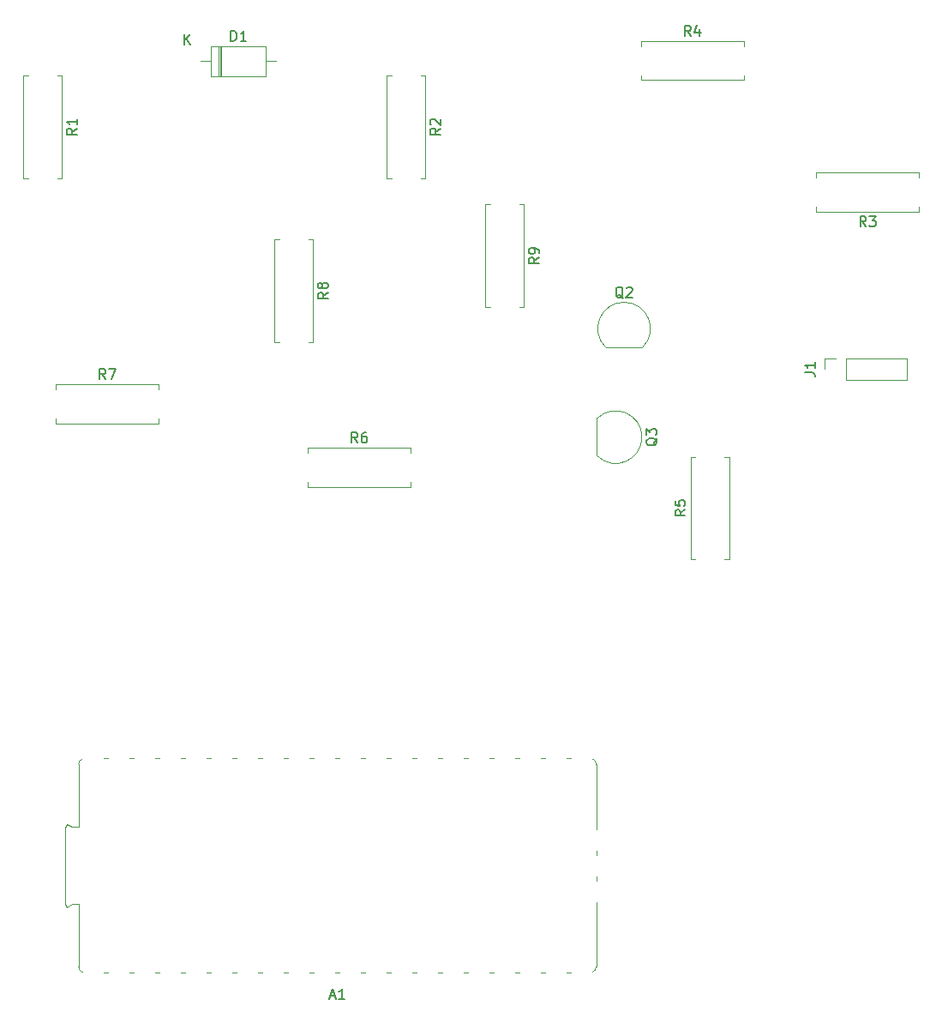
<source format=gbr>
%TF.GenerationSoftware,KiCad,Pcbnew,7.0.1*%
%TF.CreationDate,2023-05-23T10:25:23-05:00*%
%TF.ProjectId,simulacion_Carro,73696d75-6c61-4636-996f-6e5f43617272,rev?*%
%TF.SameCoordinates,Original*%
%TF.FileFunction,Legend,Top*%
%TF.FilePolarity,Positive*%
%FSLAX46Y46*%
G04 Gerber Fmt 4.6, Leading zero omitted, Abs format (unit mm)*
G04 Created by KiCad (PCBNEW 7.0.1) date 2023-05-23 10:25:23*
%MOMM*%
%LPD*%
G01*
G04 APERTURE LIST*
%ADD10C,0.150000*%
%ADD11C,0.120000*%
G04 APERTURE END LIST*
D10*
%TO.C,R4*%
X174102733Y-52406619D02*
X173769400Y-51930428D01*
X173531305Y-52406619D02*
X173531305Y-51406619D01*
X173531305Y-51406619D02*
X173912257Y-51406619D01*
X173912257Y-51406619D02*
X174007495Y-51454238D01*
X174007495Y-51454238D02*
X174055114Y-51501857D01*
X174055114Y-51501857D02*
X174102733Y-51597095D01*
X174102733Y-51597095D02*
X174102733Y-51739952D01*
X174102733Y-51739952D02*
X174055114Y-51835190D01*
X174055114Y-51835190D02*
X174007495Y-51882809D01*
X174007495Y-51882809D02*
X173912257Y-51930428D01*
X173912257Y-51930428D02*
X173531305Y-51930428D01*
X174959876Y-51739952D02*
X174959876Y-52406619D01*
X174721781Y-51359000D02*
X174483686Y-52073285D01*
X174483686Y-52073285D02*
X175102733Y-52073285D01*
%TO.C,R6*%
X141184333Y-92564019D02*
X140851000Y-92087828D01*
X140612905Y-92564019D02*
X140612905Y-91564019D01*
X140612905Y-91564019D02*
X140993857Y-91564019D01*
X140993857Y-91564019D02*
X141089095Y-91611638D01*
X141089095Y-91611638D02*
X141136714Y-91659257D01*
X141136714Y-91659257D02*
X141184333Y-91754495D01*
X141184333Y-91754495D02*
X141184333Y-91897352D01*
X141184333Y-91897352D02*
X141136714Y-91992590D01*
X141136714Y-91992590D02*
X141089095Y-92040209D01*
X141089095Y-92040209D02*
X140993857Y-92087828D01*
X140993857Y-92087828D02*
X140612905Y-92087828D01*
X142041476Y-91564019D02*
X141851000Y-91564019D01*
X141851000Y-91564019D02*
X141755762Y-91611638D01*
X141755762Y-91611638D02*
X141708143Y-91659257D01*
X141708143Y-91659257D02*
X141612905Y-91802114D01*
X141612905Y-91802114D02*
X141565286Y-91992590D01*
X141565286Y-91992590D02*
X141565286Y-92373542D01*
X141565286Y-92373542D02*
X141612905Y-92468780D01*
X141612905Y-92468780D02*
X141660524Y-92516400D01*
X141660524Y-92516400D02*
X141755762Y-92564019D01*
X141755762Y-92564019D02*
X141946238Y-92564019D01*
X141946238Y-92564019D02*
X142041476Y-92516400D01*
X142041476Y-92516400D02*
X142089095Y-92468780D01*
X142089095Y-92468780D02*
X142136714Y-92373542D01*
X142136714Y-92373542D02*
X142136714Y-92135447D01*
X142136714Y-92135447D02*
X142089095Y-92040209D01*
X142089095Y-92040209D02*
X142041476Y-91992590D01*
X142041476Y-91992590D02*
X141946238Y-91944971D01*
X141946238Y-91944971D02*
X141755762Y-91944971D01*
X141755762Y-91944971D02*
X141660524Y-91992590D01*
X141660524Y-91992590D02*
X141612905Y-92040209D01*
X141612905Y-92040209D02*
X141565286Y-92135447D01*
%TO.C,J1*%
X185348819Y-85626533D02*
X186063104Y-85626533D01*
X186063104Y-85626533D02*
X186205961Y-85674152D01*
X186205961Y-85674152D02*
X186301200Y-85769390D01*
X186301200Y-85769390D02*
X186348819Y-85912247D01*
X186348819Y-85912247D02*
X186348819Y-86007485D01*
X186348819Y-84626533D02*
X186348819Y-85197961D01*
X186348819Y-84912247D02*
X185348819Y-84912247D01*
X185348819Y-84912247D02*
X185491676Y-85007485D01*
X185491676Y-85007485D02*
X185586914Y-85102723D01*
X185586914Y-85102723D02*
X185634533Y-85197961D01*
%TO.C,R9*%
X159084619Y-74283866D02*
X158608428Y-74617199D01*
X159084619Y-74855294D02*
X158084619Y-74855294D01*
X158084619Y-74855294D02*
X158084619Y-74474342D01*
X158084619Y-74474342D02*
X158132238Y-74379104D01*
X158132238Y-74379104D02*
X158179857Y-74331485D01*
X158179857Y-74331485D02*
X158275095Y-74283866D01*
X158275095Y-74283866D02*
X158417952Y-74283866D01*
X158417952Y-74283866D02*
X158513190Y-74331485D01*
X158513190Y-74331485D02*
X158560809Y-74379104D01*
X158560809Y-74379104D02*
X158608428Y-74474342D01*
X158608428Y-74474342D02*
X158608428Y-74855294D01*
X159084619Y-73807675D02*
X159084619Y-73617199D01*
X159084619Y-73617199D02*
X159037000Y-73521961D01*
X159037000Y-73521961D02*
X158989380Y-73474342D01*
X158989380Y-73474342D02*
X158846523Y-73379104D01*
X158846523Y-73379104D02*
X158656047Y-73331485D01*
X158656047Y-73331485D02*
X158275095Y-73331485D01*
X158275095Y-73331485D02*
X158179857Y-73379104D01*
X158179857Y-73379104D02*
X158132238Y-73426723D01*
X158132238Y-73426723D02*
X158084619Y-73521961D01*
X158084619Y-73521961D02*
X158084619Y-73712437D01*
X158084619Y-73712437D02*
X158132238Y-73807675D01*
X158132238Y-73807675D02*
X158179857Y-73855294D01*
X158179857Y-73855294D02*
X158275095Y-73902913D01*
X158275095Y-73902913D02*
X158513190Y-73902913D01*
X158513190Y-73902913D02*
X158608428Y-73855294D01*
X158608428Y-73855294D02*
X158656047Y-73807675D01*
X158656047Y-73807675D02*
X158703666Y-73712437D01*
X158703666Y-73712437D02*
X158703666Y-73521961D01*
X158703666Y-73521961D02*
X158656047Y-73426723D01*
X158656047Y-73426723D02*
X158608428Y-73379104D01*
X158608428Y-73379104D02*
X158513190Y-73331485D01*
%TO.C,R1*%
X113440819Y-61558466D02*
X112964628Y-61891799D01*
X113440819Y-62129894D02*
X112440819Y-62129894D01*
X112440819Y-62129894D02*
X112440819Y-61748942D01*
X112440819Y-61748942D02*
X112488438Y-61653704D01*
X112488438Y-61653704D02*
X112536057Y-61606085D01*
X112536057Y-61606085D02*
X112631295Y-61558466D01*
X112631295Y-61558466D02*
X112774152Y-61558466D01*
X112774152Y-61558466D02*
X112869390Y-61606085D01*
X112869390Y-61606085D02*
X112917009Y-61653704D01*
X112917009Y-61653704D02*
X112964628Y-61748942D01*
X112964628Y-61748942D02*
X112964628Y-62129894D01*
X113440819Y-60606085D02*
X113440819Y-61177513D01*
X113440819Y-60891799D02*
X112440819Y-60891799D01*
X112440819Y-60891799D02*
X112583676Y-60987037D01*
X112583676Y-60987037D02*
X112678914Y-61082275D01*
X112678914Y-61082275D02*
X112726533Y-61177513D01*
%TO.C,D1*%
X128674905Y-52907419D02*
X128674905Y-51907419D01*
X128674905Y-51907419D02*
X128913000Y-51907419D01*
X128913000Y-51907419D02*
X129055857Y-51955038D01*
X129055857Y-51955038D02*
X129151095Y-52050276D01*
X129151095Y-52050276D02*
X129198714Y-52145514D01*
X129198714Y-52145514D02*
X129246333Y-52335990D01*
X129246333Y-52335990D02*
X129246333Y-52478847D01*
X129246333Y-52478847D02*
X129198714Y-52669323D01*
X129198714Y-52669323D02*
X129151095Y-52764561D01*
X129151095Y-52764561D02*
X129055857Y-52859800D01*
X129055857Y-52859800D02*
X128913000Y-52907419D01*
X128913000Y-52907419D02*
X128674905Y-52907419D01*
X130198714Y-52907419D02*
X129627286Y-52907419D01*
X129913000Y-52907419D02*
X129913000Y-51907419D01*
X129913000Y-51907419D02*
X129817762Y-52050276D01*
X129817762Y-52050276D02*
X129722524Y-52145514D01*
X129722524Y-52145514D02*
X129627286Y-52193133D01*
X124071095Y-53277419D02*
X124071095Y-52277419D01*
X124642523Y-53277419D02*
X124213952Y-52705990D01*
X124642523Y-52277419D02*
X124071095Y-52848847D01*
%TO.C,R7*%
X116292333Y-86290219D02*
X115959000Y-85814028D01*
X115720905Y-86290219D02*
X115720905Y-85290219D01*
X115720905Y-85290219D02*
X116101857Y-85290219D01*
X116101857Y-85290219D02*
X116197095Y-85337838D01*
X116197095Y-85337838D02*
X116244714Y-85385457D01*
X116244714Y-85385457D02*
X116292333Y-85480695D01*
X116292333Y-85480695D02*
X116292333Y-85623552D01*
X116292333Y-85623552D02*
X116244714Y-85718790D01*
X116244714Y-85718790D02*
X116197095Y-85766409D01*
X116197095Y-85766409D02*
X116101857Y-85814028D01*
X116101857Y-85814028D02*
X115720905Y-85814028D01*
X116625667Y-85290219D02*
X117292333Y-85290219D01*
X117292333Y-85290219D02*
X116863762Y-86290219D01*
%TO.C,Q2*%
X167417761Y-78303257D02*
X167322523Y-78255638D01*
X167322523Y-78255638D02*
X167227285Y-78160400D01*
X167227285Y-78160400D02*
X167084428Y-78017542D01*
X167084428Y-78017542D02*
X166989190Y-77969923D01*
X166989190Y-77969923D02*
X166893952Y-77969923D01*
X166941571Y-78208019D02*
X166846333Y-78160400D01*
X166846333Y-78160400D02*
X166751095Y-78065161D01*
X166751095Y-78065161D02*
X166703476Y-77874685D01*
X166703476Y-77874685D02*
X166703476Y-77541352D01*
X166703476Y-77541352D02*
X166751095Y-77350876D01*
X166751095Y-77350876D02*
X166846333Y-77255638D01*
X166846333Y-77255638D02*
X166941571Y-77208019D01*
X166941571Y-77208019D02*
X167132047Y-77208019D01*
X167132047Y-77208019D02*
X167227285Y-77255638D01*
X167227285Y-77255638D02*
X167322523Y-77350876D01*
X167322523Y-77350876D02*
X167370142Y-77541352D01*
X167370142Y-77541352D02*
X167370142Y-77874685D01*
X167370142Y-77874685D02*
X167322523Y-78065161D01*
X167322523Y-78065161D02*
X167227285Y-78160400D01*
X167227285Y-78160400D02*
X167132047Y-78208019D01*
X167132047Y-78208019D02*
X166941571Y-78208019D01*
X167751095Y-77303257D02*
X167798714Y-77255638D01*
X167798714Y-77255638D02*
X167893952Y-77208019D01*
X167893952Y-77208019D02*
X168132047Y-77208019D01*
X168132047Y-77208019D02*
X168227285Y-77255638D01*
X168227285Y-77255638D02*
X168274904Y-77303257D01*
X168274904Y-77303257D02*
X168322523Y-77398495D01*
X168322523Y-77398495D02*
X168322523Y-77493733D01*
X168322523Y-77493733D02*
X168274904Y-77636590D01*
X168274904Y-77636590D02*
X167703476Y-78208019D01*
X167703476Y-78208019D02*
X168322523Y-78208019D01*
%TO.C,R8*%
X138256619Y-77738266D02*
X137780428Y-78071599D01*
X138256619Y-78309694D02*
X137256619Y-78309694D01*
X137256619Y-78309694D02*
X137256619Y-77928742D01*
X137256619Y-77928742D02*
X137304238Y-77833504D01*
X137304238Y-77833504D02*
X137351857Y-77785885D01*
X137351857Y-77785885D02*
X137447095Y-77738266D01*
X137447095Y-77738266D02*
X137589952Y-77738266D01*
X137589952Y-77738266D02*
X137685190Y-77785885D01*
X137685190Y-77785885D02*
X137732809Y-77833504D01*
X137732809Y-77833504D02*
X137780428Y-77928742D01*
X137780428Y-77928742D02*
X137780428Y-78309694D01*
X137685190Y-77166837D02*
X137637571Y-77262075D01*
X137637571Y-77262075D02*
X137589952Y-77309694D01*
X137589952Y-77309694D02*
X137494714Y-77357313D01*
X137494714Y-77357313D02*
X137447095Y-77357313D01*
X137447095Y-77357313D02*
X137351857Y-77309694D01*
X137351857Y-77309694D02*
X137304238Y-77262075D01*
X137304238Y-77262075D02*
X137256619Y-77166837D01*
X137256619Y-77166837D02*
X137256619Y-76976361D01*
X137256619Y-76976361D02*
X137304238Y-76881123D01*
X137304238Y-76881123D02*
X137351857Y-76833504D01*
X137351857Y-76833504D02*
X137447095Y-76785885D01*
X137447095Y-76785885D02*
X137494714Y-76785885D01*
X137494714Y-76785885D02*
X137589952Y-76833504D01*
X137589952Y-76833504D02*
X137637571Y-76881123D01*
X137637571Y-76881123D02*
X137685190Y-76976361D01*
X137685190Y-76976361D02*
X137685190Y-77166837D01*
X137685190Y-77166837D02*
X137732809Y-77262075D01*
X137732809Y-77262075D02*
X137780428Y-77309694D01*
X137780428Y-77309694D02*
X137875666Y-77357313D01*
X137875666Y-77357313D02*
X138066142Y-77357313D01*
X138066142Y-77357313D02*
X138161380Y-77309694D01*
X138161380Y-77309694D02*
X138209000Y-77262075D01*
X138209000Y-77262075D02*
X138256619Y-77166837D01*
X138256619Y-77166837D02*
X138256619Y-76976361D01*
X138256619Y-76976361D02*
X138209000Y-76881123D01*
X138209000Y-76881123D02*
X138161380Y-76833504D01*
X138161380Y-76833504D02*
X138066142Y-76785885D01*
X138066142Y-76785885D02*
X137875666Y-76785885D01*
X137875666Y-76785885D02*
X137780428Y-76833504D01*
X137780428Y-76833504D02*
X137732809Y-76881123D01*
X137732809Y-76881123D02*
X137685190Y-76976361D01*
%TO.C,R3*%
X191400133Y-71226019D02*
X191066800Y-70749828D01*
X190828705Y-71226019D02*
X190828705Y-70226019D01*
X190828705Y-70226019D02*
X191209657Y-70226019D01*
X191209657Y-70226019D02*
X191304895Y-70273638D01*
X191304895Y-70273638D02*
X191352514Y-70321257D01*
X191352514Y-70321257D02*
X191400133Y-70416495D01*
X191400133Y-70416495D02*
X191400133Y-70559352D01*
X191400133Y-70559352D02*
X191352514Y-70654590D01*
X191352514Y-70654590D02*
X191304895Y-70702209D01*
X191304895Y-70702209D02*
X191209657Y-70749828D01*
X191209657Y-70749828D02*
X190828705Y-70749828D01*
X191733467Y-70226019D02*
X192352514Y-70226019D01*
X192352514Y-70226019D02*
X192019181Y-70606971D01*
X192019181Y-70606971D02*
X192162038Y-70606971D01*
X192162038Y-70606971D02*
X192257276Y-70654590D01*
X192257276Y-70654590D02*
X192304895Y-70702209D01*
X192304895Y-70702209D02*
X192352514Y-70797447D01*
X192352514Y-70797447D02*
X192352514Y-71035542D01*
X192352514Y-71035542D02*
X192304895Y-71130780D01*
X192304895Y-71130780D02*
X192257276Y-71178400D01*
X192257276Y-71178400D02*
X192162038Y-71226019D01*
X192162038Y-71226019D02*
X191876324Y-71226019D01*
X191876324Y-71226019D02*
X191781086Y-71178400D01*
X191781086Y-71178400D02*
X191733467Y-71130780D01*
%TO.C,R5*%
X173539219Y-99201266D02*
X173063028Y-99534599D01*
X173539219Y-99772694D02*
X172539219Y-99772694D01*
X172539219Y-99772694D02*
X172539219Y-99391742D01*
X172539219Y-99391742D02*
X172586838Y-99296504D01*
X172586838Y-99296504D02*
X172634457Y-99248885D01*
X172634457Y-99248885D02*
X172729695Y-99201266D01*
X172729695Y-99201266D02*
X172872552Y-99201266D01*
X172872552Y-99201266D02*
X172967790Y-99248885D01*
X172967790Y-99248885D02*
X173015409Y-99296504D01*
X173015409Y-99296504D02*
X173063028Y-99391742D01*
X173063028Y-99391742D02*
X173063028Y-99772694D01*
X172539219Y-98296504D02*
X172539219Y-98772694D01*
X172539219Y-98772694D02*
X173015409Y-98820313D01*
X173015409Y-98820313D02*
X172967790Y-98772694D01*
X172967790Y-98772694D02*
X172920171Y-98677456D01*
X172920171Y-98677456D02*
X172920171Y-98439361D01*
X172920171Y-98439361D02*
X172967790Y-98344123D01*
X172967790Y-98344123D02*
X173015409Y-98296504D01*
X173015409Y-98296504D02*
X173110647Y-98248885D01*
X173110647Y-98248885D02*
X173348742Y-98248885D01*
X173348742Y-98248885D02*
X173443980Y-98296504D01*
X173443980Y-98296504D02*
X173491600Y-98344123D01*
X173491600Y-98344123D02*
X173539219Y-98439361D01*
X173539219Y-98439361D02*
X173539219Y-98677456D01*
X173539219Y-98677456D02*
X173491600Y-98772694D01*
X173491600Y-98772694D02*
X173443980Y-98820313D01*
%TO.C,Q3*%
X170792657Y-92119438D02*
X170745038Y-92214676D01*
X170745038Y-92214676D02*
X170649800Y-92309914D01*
X170649800Y-92309914D02*
X170506942Y-92452771D01*
X170506942Y-92452771D02*
X170459323Y-92548009D01*
X170459323Y-92548009D02*
X170459323Y-92643247D01*
X170697419Y-92595628D02*
X170649800Y-92690866D01*
X170649800Y-92690866D02*
X170554561Y-92786104D01*
X170554561Y-92786104D02*
X170364085Y-92833723D01*
X170364085Y-92833723D02*
X170030752Y-92833723D01*
X170030752Y-92833723D02*
X169840276Y-92786104D01*
X169840276Y-92786104D02*
X169745038Y-92690866D01*
X169745038Y-92690866D02*
X169697419Y-92595628D01*
X169697419Y-92595628D02*
X169697419Y-92405152D01*
X169697419Y-92405152D02*
X169745038Y-92309914D01*
X169745038Y-92309914D02*
X169840276Y-92214676D01*
X169840276Y-92214676D02*
X170030752Y-92167057D01*
X170030752Y-92167057D02*
X170364085Y-92167057D01*
X170364085Y-92167057D02*
X170554561Y-92214676D01*
X170554561Y-92214676D02*
X170649800Y-92309914D01*
X170649800Y-92309914D02*
X170697419Y-92405152D01*
X170697419Y-92405152D02*
X170697419Y-92595628D01*
X169697419Y-91833723D02*
X169697419Y-91214676D01*
X169697419Y-91214676D02*
X170078371Y-91548009D01*
X170078371Y-91548009D02*
X170078371Y-91405152D01*
X170078371Y-91405152D02*
X170125990Y-91309914D01*
X170125990Y-91309914D02*
X170173609Y-91262295D01*
X170173609Y-91262295D02*
X170268847Y-91214676D01*
X170268847Y-91214676D02*
X170506942Y-91214676D01*
X170506942Y-91214676D02*
X170602180Y-91262295D01*
X170602180Y-91262295D02*
X170649800Y-91309914D01*
X170649800Y-91309914D02*
X170697419Y-91405152D01*
X170697419Y-91405152D02*
X170697419Y-91690866D01*
X170697419Y-91690866D02*
X170649800Y-91786104D01*
X170649800Y-91786104D02*
X170602180Y-91833723D01*
%TO.C,R2*%
X149356419Y-61558466D02*
X148880228Y-61891799D01*
X149356419Y-62129894D02*
X148356419Y-62129894D01*
X148356419Y-62129894D02*
X148356419Y-61748942D01*
X148356419Y-61748942D02*
X148404038Y-61653704D01*
X148404038Y-61653704D02*
X148451657Y-61606085D01*
X148451657Y-61606085D02*
X148546895Y-61558466D01*
X148546895Y-61558466D02*
X148689752Y-61558466D01*
X148689752Y-61558466D02*
X148784990Y-61606085D01*
X148784990Y-61606085D02*
X148832609Y-61653704D01*
X148832609Y-61653704D02*
X148880228Y-61748942D01*
X148880228Y-61748942D02*
X148880228Y-62129894D01*
X148451657Y-61177513D02*
X148404038Y-61129894D01*
X148404038Y-61129894D02*
X148356419Y-61034656D01*
X148356419Y-61034656D02*
X148356419Y-60796561D01*
X148356419Y-60796561D02*
X148404038Y-60701323D01*
X148404038Y-60701323D02*
X148451657Y-60653704D01*
X148451657Y-60653704D02*
X148546895Y-60606085D01*
X148546895Y-60606085D02*
X148642133Y-60606085D01*
X148642133Y-60606085D02*
X148784990Y-60653704D01*
X148784990Y-60653704D02*
X149356419Y-61225132D01*
X149356419Y-61225132D02*
X149356419Y-60606085D01*
%TO.C,A1*%
X138477714Y-147191904D02*
X138953904Y-147191904D01*
X138382476Y-147477619D02*
X138715809Y-146477619D01*
X138715809Y-146477619D02*
X139049142Y-147477619D01*
X139906285Y-147477619D02*
X139334857Y-147477619D01*
X139620571Y-147477619D02*
X139620571Y-146477619D01*
X139620571Y-146477619D02*
X139525333Y-146620476D01*
X139525333Y-146620476D02*
X139430095Y-146715714D01*
X139430095Y-146715714D02*
X139334857Y-146763333D01*
D11*
%TO.C,R4*%
X169199400Y-52944000D02*
X179339400Y-52944000D01*
X169199400Y-53424000D02*
X169199400Y-52944000D01*
X169199400Y-56304000D02*
X169199400Y-56784000D01*
X169199400Y-56784000D02*
X179339400Y-56784000D01*
X179339400Y-52944000D02*
X179339400Y-53424000D01*
X179339400Y-56784000D02*
X179339400Y-56304000D01*
%TO.C,R6*%
X136281000Y-93101400D02*
X146421000Y-93101400D01*
X136281000Y-93581400D02*
X136281000Y-93101400D01*
X136281000Y-96461400D02*
X136281000Y-96941400D01*
X136281000Y-96941400D02*
X146421000Y-96941400D01*
X146421000Y-93101400D02*
X146421000Y-93581400D01*
X146421000Y-96941400D02*
X146421000Y-96461400D01*
%TO.C,J1*%
X189386200Y-86353200D02*
X195446200Y-86353200D01*
X189386200Y-86353200D02*
X189386200Y-84233200D01*
X195446200Y-86353200D02*
X195446200Y-84233200D01*
X187326200Y-85293200D02*
X187326200Y-84233200D01*
X187326200Y-84233200D02*
X188386200Y-84233200D01*
X189386200Y-84233200D02*
X195446200Y-84233200D01*
%TO.C,R9*%
X157622000Y-69047200D02*
X157622000Y-79187200D01*
X157142000Y-69047200D02*
X157622000Y-69047200D01*
X154262000Y-69047200D02*
X153782000Y-69047200D01*
X153782000Y-69047200D02*
X153782000Y-79187200D01*
X157622000Y-79187200D02*
X157142000Y-79187200D01*
X153782000Y-79187200D02*
X154262000Y-79187200D01*
%TO.C,R1*%
X111978200Y-56321800D02*
X111978200Y-66461800D01*
X111498200Y-56321800D02*
X111978200Y-56321800D01*
X108618200Y-56321800D02*
X108138200Y-56321800D01*
X108138200Y-56321800D02*
X108138200Y-66461800D01*
X111978200Y-66461800D02*
X111498200Y-66461800D01*
X108138200Y-66461800D02*
X108618200Y-66461800D01*
%TO.C,D1*%
X125673000Y-54914800D02*
X126693000Y-54914800D01*
X126693000Y-53444800D02*
X126693000Y-56384800D01*
X126693000Y-56384800D02*
X132133000Y-56384800D01*
X127473000Y-53444800D02*
X127473000Y-56384800D01*
X127593000Y-53444800D02*
X127593000Y-56384800D01*
X127713000Y-53444800D02*
X127713000Y-56384800D01*
X132133000Y-53444800D02*
X126693000Y-53444800D01*
X132133000Y-56384800D02*
X132133000Y-53444800D01*
X133153000Y-54914800D02*
X132133000Y-54914800D01*
%TO.C,R7*%
X111389000Y-86827600D02*
X121529000Y-86827600D01*
X111389000Y-87307600D02*
X111389000Y-86827600D01*
X111389000Y-90187600D02*
X111389000Y-90667600D01*
X111389000Y-90667600D02*
X121529000Y-90667600D01*
X121529000Y-86827600D02*
X121529000Y-87307600D01*
X121529000Y-90667600D02*
X121529000Y-90187600D01*
%TO.C,Q2*%
X165713000Y-83155400D02*
X169313000Y-83155400D01*
X167513000Y-78705400D02*
G75*
G03*
X165674522Y-83143878I0J-2600000D01*
G01*
X169351478Y-83143878D02*
G75*
G03*
X167513000Y-78705400I-1838478J1838478D01*
G01*
%TO.C,R8*%
X136794000Y-72501600D02*
X136794000Y-82641600D01*
X136314000Y-72501600D02*
X136794000Y-72501600D01*
X133434000Y-72501600D02*
X132954000Y-72501600D01*
X132954000Y-72501600D02*
X132954000Y-82641600D01*
X136794000Y-82641600D02*
X136314000Y-82641600D01*
X132954000Y-82641600D02*
X133434000Y-82641600D01*
%TO.C,R3*%
X196636800Y-69763400D02*
X186496800Y-69763400D01*
X196636800Y-69283400D02*
X196636800Y-69763400D01*
X196636800Y-66403400D02*
X196636800Y-65923400D01*
X196636800Y-65923400D02*
X186496800Y-65923400D01*
X186496800Y-69763400D02*
X186496800Y-69283400D01*
X186496800Y-65923400D02*
X186496800Y-66403400D01*
%TO.C,R5*%
X174076600Y-104104600D02*
X174076600Y-93964600D01*
X174556600Y-104104600D02*
X174076600Y-104104600D01*
X177436600Y-104104600D02*
X177916600Y-104104600D01*
X177916600Y-104104600D02*
X177916600Y-93964600D01*
X174076600Y-93964600D02*
X174556600Y-93964600D01*
X177916600Y-93964600D02*
X177436600Y-93964600D01*
%TO.C,Q3*%
X164824800Y-90224200D02*
X164824800Y-93824200D01*
X169274800Y-92024200D02*
G75*
G03*
X164836322Y-90185722I-2600000J0D01*
G01*
X164836322Y-93862678D02*
G75*
G03*
X169274800Y-92024200I1838478J1838478D01*
G01*
%TO.C,R2*%
X147893800Y-56321800D02*
X147893800Y-66461800D01*
X147413800Y-56321800D02*
X147893800Y-56321800D01*
X144533800Y-56321800D02*
X144053800Y-56321800D01*
X144053800Y-56321800D02*
X144053800Y-66461800D01*
X147893800Y-66461800D02*
X147413800Y-66461800D01*
X144053800Y-66461800D02*
X144533800Y-66461800D01*
%TO.C,A1*%
X116122000Y-144875000D02*
X116542000Y-144875000D01*
X118662000Y-144875000D02*
X119082000Y-144875000D01*
X121202000Y-144875000D02*
X121622000Y-144875000D01*
X123742000Y-144875000D02*
X124162000Y-144875000D01*
X126282000Y-144875000D02*
X126702000Y-144875000D01*
X128822000Y-144875000D02*
X129242000Y-144875000D01*
X131362000Y-144875000D02*
X131782000Y-144875000D01*
X133902000Y-144875000D02*
X134322000Y-144875000D01*
X136442000Y-144875000D02*
X136862000Y-144875000D01*
X138982000Y-144875000D02*
X139402000Y-144875000D01*
X141522000Y-144875000D02*
X141942000Y-144875000D01*
X144062000Y-144875000D02*
X144482000Y-144875000D01*
X146602000Y-144875000D02*
X147022000Y-144875000D01*
X149142000Y-144875000D02*
X149562000Y-144875000D01*
X151682000Y-144875000D02*
X152102000Y-144875000D01*
X154222000Y-144875000D02*
X154642000Y-144875000D01*
X156762000Y-144875000D02*
X157182000Y-144875000D01*
X159302000Y-144875000D02*
X159722000Y-144875000D01*
X161842000Y-144875000D02*
X162262000Y-144875000D01*
X113632000Y-144315000D02*
X113632000Y-138125000D01*
X164752000Y-144315000D02*
X164752000Y-137915000D01*
X112502000Y-138415000D02*
X112312000Y-138085000D01*
X113002000Y-138125000D02*
X112502000Y-138415000D01*
X113632000Y-138125000D02*
X113632000Y-144315000D01*
X113632000Y-138125000D02*
X113002000Y-138125000D01*
X112312000Y-138085000D02*
X112312000Y-130545000D01*
X164752000Y-135795000D02*
X164752000Y-135375000D01*
X164752000Y-133255000D02*
X164752000Y-132835000D01*
X164752000Y-130715000D02*
X164752000Y-124315000D01*
X112312000Y-130545000D02*
X112502000Y-130215000D01*
X113002000Y-130505000D02*
X113632000Y-130505000D01*
X112502000Y-130215000D02*
X113002000Y-130505000D01*
X113632000Y-124315000D02*
X113632000Y-130505000D01*
X116122000Y-123755000D02*
X116542000Y-123755000D01*
X118662000Y-123755000D02*
X119082000Y-123755000D01*
X121202000Y-123755000D02*
X121622000Y-123755000D01*
X123742000Y-123755000D02*
X124162000Y-123755000D01*
X126282000Y-123755000D02*
X126702000Y-123755000D01*
X128822000Y-123755000D02*
X129242000Y-123755000D01*
X131362000Y-123755000D02*
X131782000Y-123755000D01*
X133902000Y-123755000D02*
X134322000Y-123755000D01*
X136442000Y-123755000D02*
X136862000Y-123755000D01*
X138982000Y-123755000D02*
X139402000Y-123755000D01*
X141522000Y-123755000D02*
X141942000Y-123755000D01*
X144062000Y-123755000D02*
X144482000Y-123755000D01*
X146602000Y-123755000D02*
X147022000Y-123755000D01*
X149142000Y-123755000D02*
X149562000Y-123755000D01*
X151682000Y-123755000D02*
X152102000Y-123755000D01*
X154222000Y-123755000D02*
X154642000Y-123755000D01*
X156762000Y-123755000D02*
X157182000Y-123755000D01*
X159302000Y-123755000D02*
X159722000Y-123755000D01*
X161842000Y-123755000D02*
X162262000Y-123755000D01*
X113632001Y-144315000D02*
G75*
G03*
X114002000Y-144844999I562057J-1771D01*
G01*
X164382000Y-144844999D02*
G75*
G03*
X164751999Y-144315000I-192055J528226D01*
G01*
X114002026Y-123785073D02*
G75*
G03*
X113632001Y-124315000I191874J-528127D01*
G01*
X164751972Y-124315000D02*
G75*
G03*
X164382000Y-123785001I-562172J1700D01*
G01*
%TD*%
M02*

</source>
